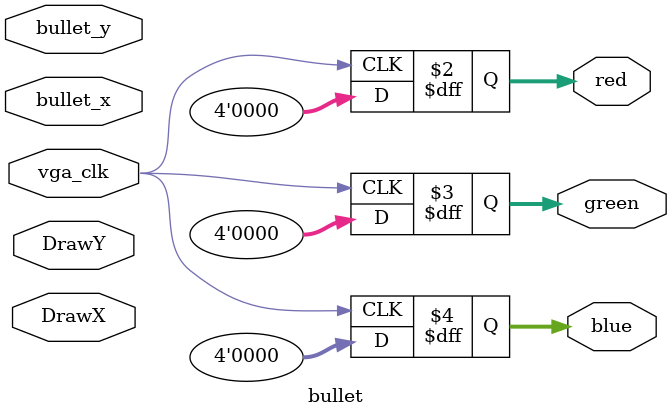
<source format=sv>
`timescale 1ns / 1ps


module bullet(
    input logic vga_clk,
    input logic [9:0] DrawX, DrawY, bullet_x, bullet_y,
    output logic [3:0] red, green, blue
    );
    
logic [9:0] rom_address;

always_ff @ (posedge vga_clk) begin
	red <= 4'h0;   // default color is black
	green <= 4'h0;
	blue <= 4'h0;
/*
	if (blank) begin
		red <= palette_red;
		green <= palette_green;
		blue <= palette_blue;
	end*/
end
endmodule

</source>
